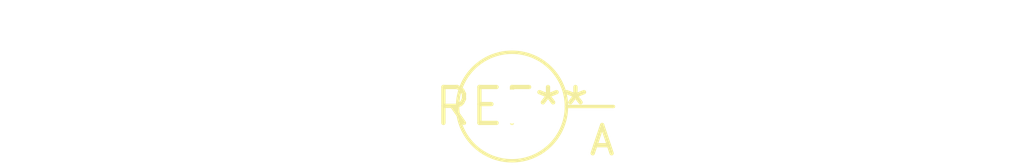
<source format=kicad_pcb>
(kicad_pcb (version 20240108) (generator pcbnew)
  (layers (0 "F.Cu" signal) (31 "B.Cu" signal) (34 "B.Paste" user) (35 "F.Paste" user) (36 "B.SilkS" user "B.Silkscreen") (37 "F.SilkS" user "F.Silkscreen") (38 "B.Mask" user) (39 "F.Mask" user) (44 "Edge.Cuts" user))
  (net 0 "")
  (footprint "D_DO-15_P5.08mm_Vertical_AnodeUp" (layer "F.Cu") (at 0 0)
    (property "Reference" "REF**")
    (property "Value" "D_DO-15_P5.08mm_Vertical_AnodeUp")
    (fp_line (start 1.92 0) (end 3.58 0) (layer "F.SilkS") (stroke (width 0.12)))
    (fp_circle (center 0 0) (end 1.92 0) (layer "F.SilkS") (stroke (width 0.12)) (fill none))
    (fp_text user "A" (at 3.18 1.2 0) (layer "F.SilkS"))
    (pad "1" thru_hole rect (at 0 0) (size 2.4 2.4) (drill 1.2) (layers *.Cu *.Mask) (remove_unused_layers))
    (pad "2" thru_hole oval (at 5.08 0) (size 2.4 2.4) (drill 1.2) (layers *.Cu *.Mask) (remove_unused_layers))
  )
)
</source>
